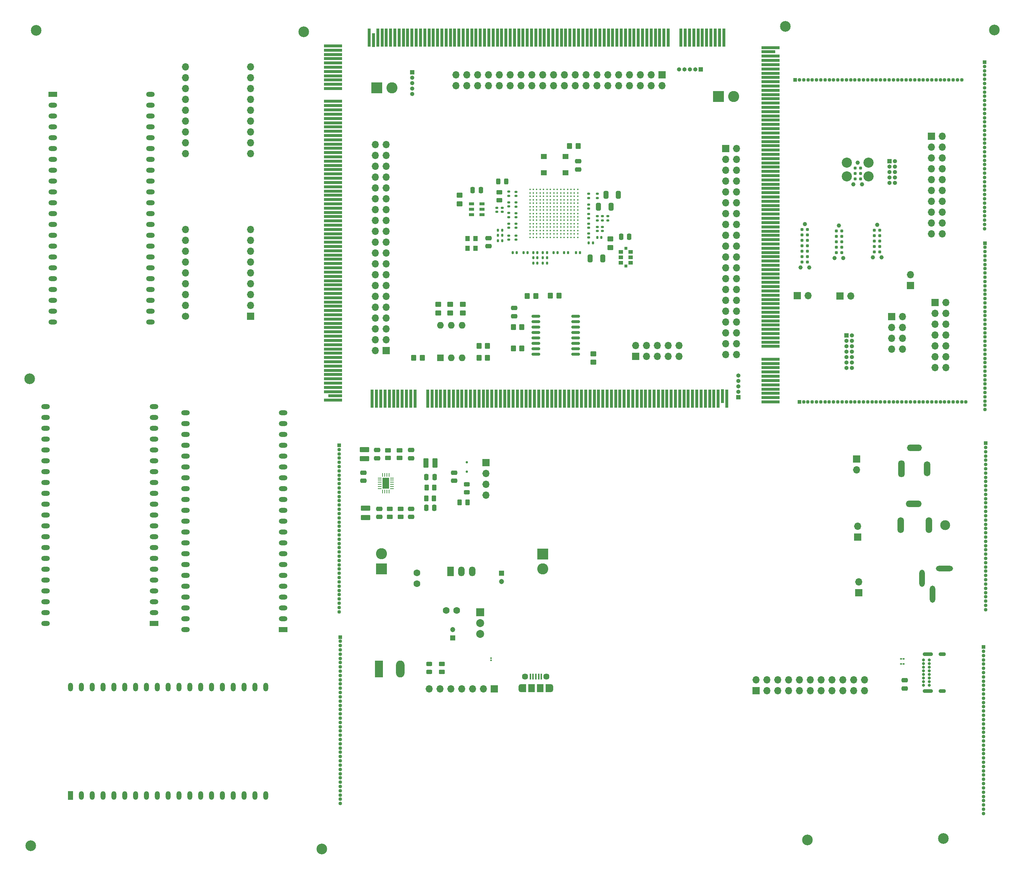
<source format=gbr>
%TF.GenerationSoftware,KiCad,Pcbnew,(7.0.0)*%
%TF.CreationDate,2023-03-18T13:26:35-04:00*%
%TF.ProjectId,FPGAs-Ard_RPi_BB,46504741-732d-4417-9264-5f5250695f42,rev?*%
%TF.SameCoordinates,Original*%
%TF.FileFunction,Soldermask,Top*%
%TF.FilePolarity,Negative*%
%FSLAX46Y46*%
G04 Gerber Fmt 4.6, Leading zero omitted, Abs format (unit mm)*
G04 Created by KiCad (PCBNEW (7.0.0)) date 2023-03-18 13:26:35*
%MOMM*%
%LPD*%
G01*
G04 APERTURE LIST*
G04 Aperture macros list*
%AMRoundRect*
0 Rectangle with rounded corners*
0 $1 Rounding radius*
0 $2 $3 $4 $5 $6 $7 $8 $9 X,Y pos of 4 corners*
0 Add a 4 corners polygon primitive as box body*
4,1,4,$2,$3,$4,$5,$6,$7,$8,$9,$2,$3,0*
0 Add four circle primitives for the rounded corners*
1,1,$1+$1,$2,$3*
1,1,$1+$1,$4,$5*
1,1,$1+$1,$6,$7*
1,1,$1+$1,$8,$9*
0 Add four rect primitives between the rounded corners*
20,1,$1+$1,$2,$3,$4,$5,0*
20,1,$1+$1,$4,$5,$6,$7,0*
20,1,$1+$1,$6,$7,$8,$9,0*
20,1,$1+$1,$8,$9,$2,$3,0*%
G04 Aperture macros list end*
%ADD10R,1.000000X1.000000*%
%ADD11O,1.000000X1.000000*%
%ADD12RoundRect,0.140000X0.170000X-0.140000X0.170000X0.140000X-0.170000X0.140000X-0.170000X-0.140000X0*%
%ADD13C,2.500000*%
%ADD14C,1.600000*%
%ADD15RoundRect,0.250000X-0.350000X-0.450000X0.350000X-0.450000X0.350000X0.450000X-0.350000X0.450000X0*%
%ADD16R,1.200000X2.000000*%
%ADD17O,1.200000X2.000000*%
%ADD18RoundRect,0.250000X0.450000X-0.350000X0.450000X0.350000X-0.450000X0.350000X-0.450000X-0.350000X0*%
%ADD19R,0.850000X0.850000*%
%ADD20O,0.850000X0.850000*%
%ADD21RoundRect,0.140000X-0.170000X0.140000X-0.170000X-0.140000X0.170000X-0.140000X0.170000X0.140000X0*%
%ADD22R,0.700000X4.300000*%
%ADD23R,0.700000X3.200000*%
%ADD24RoundRect,0.140000X0.140000X0.170000X-0.140000X0.170000X-0.140000X-0.170000X0.140000X-0.170000X0*%
%ADD25RoundRect,0.250000X0.350000X0.450000X-0.350000X0.450000X-0.350000X-0.450000X0.350000X-0.450000X0*%
%ADD26RoundRect,0.250000X0.850000X-0.375000X0.850000X0.375000X-0.850000X0.375000X-0.850000X-0.375000X0*%
%ADD27R,1.700000X1.700000*%
%ADD28O,1.700000X1.700000*%
%ADD29RoundRect,0.250000X-0.325000X-0.650000X0.325000X-0.650000X0.325000X0.650000X-0.325000X0.650000X0*%
%ADD30RoundRect,0.243750X0.456250X-0.243750X0.456250X0.243750X-0.456250X0.243750X-0.456250X-0.243750X0*%
%ADD31RoundRect,0.250000X-0.450000X0.262500X-0.450000X-0.262500X0.450000X-0.262500X0.450000X0.262500X0*%
%ADD32O,3.708400X1.498600*%
%ADD33O,1.498600X3.708400*%
%ADD34C,0.990600*%
%ADD35C,2.311400*%
%ADD36RoundRect,0.250000X-0.450000X0.350000X-0.450000X-0.350000X0.450000X-0.350000X0.450000X0.350000X0*%
%ADD37C,0.700000*%
%ADD38O,2.400000X0.900000*%
%ADD39O,1.700000X0.900000*%
%ADD40RoundRect,0.100000X-0.130000X-0.100000X0.130000X-0.100000X0.130000X0.100000X-0.130000X0.100000X0*%
%ADD41C,2.374900*%
%ADD42C,0.787400*%
%ADD43R,1.200000X1.200000*%
%ADD44C,1.200000*%
%ADD45R,2.000000X1.200000*%
%ADD46O,2.000000X1.200000*%
%ADD47R,1.860000X1.860000*%
%ADD48C,1.860000*%
%ADD49RoundRect,0.250000X-0.475000X0.250000X-0.475000X-0.250000X0.475000X-0.250000X0.475000X0.250000X0*%
%ADD50RoundRect,0.250000X-0.262500X-0.450000X0.262500X-0.450000X0.262500X0.450000X-0.262500X0.450000X0*%
%ADD51R,0.400000X0.380000*%
%ADD52RoundRect,0.250000X0.475000X-0.250000X0.475000X0.250000X-0.475000X0.250000X-0.475000X-0.250000X0*%
%ADD53R,1.295400X0.685800*%
%ADD54RoundRect,0.250000X0.250000X0.475000X-0.250000X0.475000X-0.250000X-0.475000X0.250000X-0.475000X0*%
%ADD55C,1.700000*%
%ADD56RoundRect,0.250000X0.262500X0.450000X-0.262500X0.450000X-0.262500X-0.450000X0.262500X-0.450000X0*%
%ADD57RoundRect,0.100000X0.130000X0.100000X-0.130000X0.100000X-0.130000X-0.100000X0.130000X-0.100000X0*%
%ADD58RoundRect,0.250000X0.450000X-0.262500X0.450000X0.262500X-0.450000X0.262500X-0.450000X-0.262500X0*%
%ADD59RoundRect,0.243750X-0.456250X0.243750X-0.456250X-0.243750X0.456250X-0.243750X0.456250X0.243750X0*%
%ADD60O,4.013200X1.295400*%
%ADD61O,1.295400X4.013200*%
%ADD62R,2.600000X2.600000*%
%ADD63C,2.600000*%
%ADD64R,4.300000X0.700000*%
%ADD65R,3.200000X0.700000*%
%ADD66RoundRect,0.140000X-0.140000X-0.170000X0.140000X-0.170000X0.140000X0.170000X-0.140000X0.170000X0*%
%ADD67RoundRect,0.125000X-0.125000X0.125000X-0.125000X-0.125000X0.125000X-0.125000X0.125000X0.125000X0*%
%ADD68R,1.050000X0.840000*%
%ADD69R,0.800000X0.800000*%
%ADD70C,0.355600*%
%ADD71C,0.999998*%
%ADD72O,1.507998X4.008120*%
%ADD73O,1.507998X3.507994*%
%ADD74O,3.507994X1.507998*%
%ADD75R,1.100000X1.300000*%
%ADD76R,1.600000X1.600000*%
%ADD77O,1.600000X1.600000*%
%ADD78R,0.400000X1.350000*%
%ADD79O,1.200000X1.900000*%
%ADD80R,1.200000X1.900000*%
%ADD81C,1.450000*%
%ADD82R,1.500000X1.900000*%
%ADD83R,1.500000X2.300000*%
%ADD84O,1.500000X2.300000*%
%ADD85RoundRect,0.243750X-0.243750X-0.456250X0.243750X-0.456250X0.243750X0.456250X-0.243750X0.456250X0*%
%ADD86RoundRect,0.250000X-0.250000X-0.475000X0.250000X-0.475000X0.250000X0.475000X-0.250000X0.475000X0*%
%ADD87R,1.397000X1.193800*%
%ADD88RoundRect,0.062500X-0.362500X-0.062500X0.362500X-0.062500X0.362500X0.062500X-0.362500X0.062500X0*%
%ADD89RoundRect,0.062500X-0.062500X-0.362500X0.062500X-0.362500X0.062500X0.362500X-0.062500X0.362500X0*%
%ADD90R,1.650000X2.650000*%
%ADD91RoundRect,0.150000X-0.875000X-0.150000X0.875000X-0.150000X0.875000X0.150000X-0.875000X0.150000X0*%
%ADD92R,1.980000X3.960000*%
%ADD93O,1.980000X3.960000*%
%ADD94RoundRect,0.250000X-0.375000X-0.850000X0.375000X-0.850000X0.375000X0.850000X-0.375000X0.850000X0*%
G04 APERTURE END LIST*
D10*
%TO.C,PCIe_J3_JTAG1*%
X334849999Y-27499999D03*
D11*
X333579999Y-27499999D03*
X332309999Y-27499999D03*
X331039999Y-27499999D03*
X329769999Y-27499999D03*
%TD*%
D10*
%TO.C,PCIe_J2_JTAG1*%
X267299999Y-28189999D03*
D11*
X267299999Y-29459999D03*
X267299999Y-30729999D03*
X267299999Y-31999999D03*
X267299999Y-33269999D03*
%TD*%
D10*
%TO.C,PCIe_J1_JTAG1*%
X343599999Y-104309999D03*
D11*
X343599999Y-103039999D03*
X343599999Y-101769999D03*
X343599999Y-100499999D03*
X343599999Y-99229999D03*
%TD*%
D12*
%TO.C,U1_C20*%
X291575001Y-59650001D03*
X291575001Y-58690001D03*
%TD*%
%TO.C,U1_C21*%
X291575001Y-62130001D03*
X291575001Y-61170001D03*
%TD*%
D13*
%TO.C,H7*%
X403600000Y-18300000D03*
%TD*%
D14*
%TO.C,PR_C9*%
X268400000Y-145450000D03*
X268400000Y-147950000D03*
%TD*%
D13*
%TO.C,H2*%
X246100000Y-210100000D03*
%TD*%
D15*
%TO.C,R2*%
X294174999Y-80599999D03*
X296174999Y-80599999D03*
%TD*%
D16*
%TO.C,U2*%
X187279999Y-197599999D03*
D17*
X189819999Y-197599999D03*
X192359999Y-197599999D03*
X194899999Y-197599999D03*
X197439999Y-197599999D03*
X199979999Y-197599999D03*
X202519999Y-197599999D03*
X205059999Y-197599999D03*
X207599999Y-197599999D03*
X210139999Y-197599999D03*
X212679999Y-197599999D03*
X215219999Y-197599999D03*
X217759999Y-197599999D03*
X220299999Y-197599999D03*
X222839999Y-197599999D03*
X225379999Y-197599999D03*
X227919999Y-197599999D03*
X230459999Y-197599999D03*
X232999999Y-197599999D03*
X232997279Y-172203679D03*
X230457279Y-172203679D03*
X227919999Y-172199999D03*
X225379999Y-172199999D03*
X222839999Y-172199999D03*
X220299999Y-172199999D03*
X217759999Y-172199999D03*
X215219999Y-172199999D03*
X212679999Y-172199999D03*
X210139999Y-172199999D03*
X207599999Y-172199999D03*
X205059999Y-172199999D03*
X202519999Y-172199999D03*
X199979999Y-172199999D03*
X197439999Y-172199999D03*
X194899999Y-172199999D03*
X192359999Y-172199999D03*
X189819999Y-172199999D03*
X187279999Y-172199999D03*
%TD*%
D18*
%TO.C,R1*%
X309674999Y-96099999D03*
X309674999Y-94099999D03*
%TD*%
D19*
%TO.C,BO_9*%
X356927999Y-29971999D03*
D20*
X357927999Y-29971999D03*
X358927999Y-29971999D03*
X359927999Y-29971999D03*
X360927999Y-29971999D03*
X361927999Y-29971999D03*
X362927999Y-29971999D03*
X363927999Y-29971999D03*
X364927999Y-29971999D03*
X365927999Y-29971999D03*
X366927999Y-29971999D03*
X367927999Y-29971999D03*
X368927999Y-29971999D03*
X369927999Y-29971999D03*
X370927999Y-29971999D03*
X371927999Y-29971999D03*
X372927999Y-29971999D03*
X373927999Y-29971999D03*
X374927999Y-29971999D03*
X375927999Y-29971999D03*
X376927999Y-29971999D03*
X377927999Y-29971999D03*
X378927999Y-29971999D03*
X379927999Y-29971999D03*
X380927999Y-29971999D03*
X381927999Y-29971999D03*
X382927999Y-29971999D03*
X383927999Y-29971999D03*
X384927999Y-29971999D03*
X385927999Y-29971999D03*
X386927999Y-29971999D03*
X387927999Y-29971999D03*
X388927999Y-29971999D03*
X389927999Y-29971999D03*
X390927999Y-29971999D03*
X391927999Y-29971999D03*
X392927999Y-29971999D03*
X393927999Y-29971999D03*
X394927999Y-29971999D03*
X395927999Y-29971999D03*
%TD*%
D21*
%TO.C,U1_C7*%
X308575001Y-56650001D03*
X308575001Y-57610001D03*
%TD*%
D22*
%TO.C,PCIe_J4*%
X257899999Y-104599999D03*
X258899999Y-104599999D03*
X259899999Y-104599999D03*
X260899999Y-104599999D03*
X261899999Y-104599999D03*
X262899999Y-104599999D03*
X263899999Y-104599999D03*
X264899999Y-104599999D03*
X265899999Y-104599999D03*
X266899999Y-104599999D03*
X267899999Y-104599999D03*
X270899999Y-104599999D03*
X271899999Y-104599999D03*
X272899999Y-104599999D03*
X273899999Y-104599999D03*
X274899999Y-104599999D03*
X275899999Y-104599999D03*
X276899999Y-104599999D03*
X277899999Y-104599999D03*
X278899999Y-104599999D03*
X279899999Y-104599999D03*
X280899999Y-104599999D03*
X281899999Y-104599999D03*
X282899999Y-104599999D03*
X283899999Y-104599999D03*
X284899999Y-104599999D03*
X285899999Y-104599999D03*
X286899999Y-104599999D03*
X287899999Y-104599999D03*
X288899999Y-104599999D03*
X289899999Y-104599999D03*
X290899999Y-104599999D03*
X291899999Y-104599999D03*
X292899999Y-104599999D03*
X293899999Y-104599999D03*
X294899999Y-104599999D03*
X295899999Y-104599999D03*
X296899999Y-104599999D03*
X297899999Y-104599999D03*
X298899999Y-104599999D03*
X299899999Y-104599999D03*
X300899999Y-104599999D03*
X301899999Y-104599999D03*
X302899999Y-104599999D03*
X303899999Y-104599999D03*
X304899999Y-104599999D03*
X305899999Y-104599999D03*
X306899999Y-104599999D03*
X307899999Y-104599999D03*
X308899999Y-104599999D03*
X309899999Y-104599999D03*
X310899999Y-104599999D03*
X311899999Y-104599999D03*
X312899999Y-104599999D03*
X313899999Y-104599999D03*
X314899999Y-104599999D03*
X315899999Y-104599999D03*
X316899999Y-104599999D03*
X317899999Y-104599999D03*
X318899999Y-104599999D03*
X319899999Y-104599999D03*
X320899999Y-104599999D03*
X321899999Y-104599999D03*
X322899999Y-104599999D03*
X323899999Y-104599999D03*
X324899999Y-104599999D03*
X325899999Y-104599999D03*
X326899999Y-104599999D03*
X327899999Y-104599999D03*
X328899999Y-104599999D03*
X329899999Y-104599999D03*
X330899999Y-104599999D03*
X331899999Y-104599999D03*
X332899999Y-104599999D03*
X333899999Y-104599999D03*
X334899999Y-104599999D03*
X335899999Y-104599999D03*
X336899999Y-104599999D03*
X337899999Y-104599999D03*
X338899999Y-104599999D03*
D23*
X339899999Y-104049999D03*
D22*
X340899999Y-104599999D03*
%TD*%
D19*
%TO.C,BO_6*%
X401573999Y-115063999D03*
D20*
X401573999Y-116063999D03*
X401573999Y-117063999D03*
X401573999Y-118063999D03*
X401573999Y-119063999D03*
X401573999Y-120063999D03*
X401573999Y-121063999D03*
X401573999Y-122063999D03*
X401573999Y-123063999D03*
X401573999Y-124063999D03*
X401573999Y-125063999D03*
X401573999Y-126063999D03*
X401573999Y-127063999D03*
X401573999Y-128063999D03*
X401573999Y-129063999D03*
X401573999Y-130063999D03*
X401573999Y-131063999D03*
X401573999Y-132063999D03*
X401573999Y-133063999D03*
X401573999Y-134063999D03*
X401573999Y-135063999D03*
X401573999Y-136063999D03*
X401573999Y-137063999D03*
X401573999Y-138063999D03*
X401573999Y-139063999D03*
X401573999Y-140063999D03*
X401573999Y-141063999D03*
X401573999Y-142063999D03*
X401573999Y-143063999D03*
X401573999Y-144063999D03*
X401573999Y-145063999D03*
X401573999Y-146063999D03*
X401573999Y-147063999D03*
X401573999Y-148063999D03*
X401573999Y-149063999D03*
X401573999Y-150063999D03*
X401573999Y-151063999D03*
X401573999Y-152063999D03*
X401573999Y-153063999D03*
X401573999Y-154063999D03*
%TD*%
D19*
%TO.C,BO_5*%
X401065999Y-162815999D03*
D20*
X401065999Y-163815999D03*
X401065999Y-164815999D03*
X401065999Y-165815999D03*
X401065999Y-166815999D03*
X401065999Y-167815999D03*
X401065999Y-168815999D03*
X401065999Y-169815999D03*
X401065999Y-170815999D03*
X401065999Y-171815999D03*
X401065999Y-172815999D03*
X401065999Y-173815999D03*
X401065999Y-174815999D03*
X401065999Y-175815999D03*
X401065999Y-176815999D03*
X401065999Y-177815999D03*
X401065999Y-178815999D03*
X401065999Y-179815999D03*
X401065999Y-180815999D03*
X401065999Y-181815999D03*
X401065999Y-182815999D03*
X401065999Y-183815999D03*
X401065999Y-184815999D03*
X401065999Y-185815999D03*
X401065999Y-186815999D03*
X401065999Y-187815999D03*
X401065999Y-188815999D03*
X401065999Y-189815999D03*
X401065999Y-190815999D03*
X401065999Y-191815999D03*
X401065999Y-192815999D03*
X401065999Y-193815999D03*
X401065999Y-194815999D03*
X401065999Y-195815999D03*
X401065999Y-196815999D03*
X401065999Y-197815999D03*
X401065999Y-198815999D03*
X401065999Y-199815999D03*
X401065999Y-200815999D03*
X401065999Y-201815999D03*
%TD*%
D24*
%TO.C,U1_C39*%
X297845001Y-70400001D03*
X298805001Y-70400001D03*
%TD*%
D25*
%TO.C,R11*%
X269640000Y-95050000D03*
X267640000Y-95050000D03*
%TD*%
D19*
%TO.C,BO_7*%
X401399999Y-68199999D03*
D20*
X401399999Y-69199999D03*
X401399999Y-70199999D03*
X401399999Y-71199999D03*
X401399999Y-72199999D03*
X401399999Y-73199999D03*
X401399999Y-74199999D03*
X401399999Y-75199999D03*
X401399999Y-76199999D03*
X401399999Y-77199999D03*
X401399999Y-78199999D03*
X401399999Y-79199999D03*
X401399999Y-80199999D03*
X401399999Y-81199999D03*
X401399999Y-82199999D03*
X401399999Y-83199999D03*
X401399999Y-84199999D03*
X401399999Y-85199999D03*
X401399999Y-86199999D03*
X401399999Y-87199999D03*
X401399999Y-88199999D03*
X401399999Y-89199999D03*
X401399999Y-90199999D03*
X401399999Y-91199999D03*
X401399999Y-92199999D03*
X401399999Y-93199999D03*
X401399999Y-94199999D03*
X401399999Y-95199999D03*
X401399999Y-96199999D03*
X401399999Y-97199999D03*
X401399999Y-98199999D03*
X401399999Y-99199999D03*
X401399999Y-100199999D03*
X401399999Y-101199999D03*
X401399999Y-102199999D03*
X401399999Y-103199999D03*
X401399999Y-104199999D03*
X401399999Y-105199999D03*
X401399999Y-106199999D03*
X401399999Y-107199999D03*
%TD*%
D26*
%TO.C,PR_L2*%
X256297500Y-132463500D03*
X256297500Y-130313500D03*
%TD*%
D27*
%TO.C,QSPI_JTAG1*%
X319549999Y-94749999D03*
D28*
X319549999Y-92209999D03*
X322089999Y-94749999D03*
X322089999Y-92209999D03*
X324629999Y-94749999D03*
X324629999Y-92209999D03*
X327169999Y-94749999D03*
X327169999Y-92209999D03*
X329709999Y-94749999D03*
X329709999Y-92209999D03*
%TD*%
D27*
%TO.C,FPGA_PWR_J1*%
X284547499Y-119605999D03*
D28*
X284547499Y-122145999D03*
X284547499Y-124685999D03*
X284547499Y-127225999D03*
%TD*%
D29*
%TO.C,U1_C9*%
X308900000Y-71750000D03*
X311850000Y-71750000D03*
%TD*%
D30*
%TO.C,D3*%
X280047500Y-126593500D03*
X280047500Y-124718500D03*
%TD*%
D31*
%TO.C,PR_R11*%
X262047500Y-130476000D03*
X262047500Y-132301000D03*
%TD*%
D32*
%TO.C,DC_PWR_J1*%
X384733889Y-129304909D03*
D33*
X388283887Y-134304899D03*
X381683890Y-134304899D03*
D34*
X385838790Y-129304910D03*
X383628990Y-129304910D03*
X388283888Y-133200000D03*
X381683891Y-133200000D03*
D35*
X392083875Y-134304900D03*
D34*
X388283888Y-135409800D03*
X381683891Y-135409800D03*
%TD*%
D25*
%TO.C,R5*%
X301625000Y-80500000D03*
X299625000Y-80500000D03*
%TD*%
D36*
%TO.C,R6*%
X273390000Y-82550000D03*
X273390000Y-84550000D03*
%TD*%
D37*
%TO.C,USB3_TypeC1*%
X387015000Y-171800000D03*
X387015000Y-170950000D03*
X387015000Y-170100000D03*
X387015000Y-169250000D03*
X387015000Y-168400000D03*
X387015000Y-167550000D03*
X387015000Y-166700000D03*
X387015000Y-165850000D03*
X388365000Y-165850000D03*
X388365000Y-166700000D03*
X388365000Y-167550000D03*
X388365000Y-168400000D03*
X388365000Y-169250000D03*
X388365000Y-170100000D03*
X388365000Y-170950000D03*
X388365000Y-171800000D03*
D38*
X387994999Y-173149999D03*
D39*
X391374999Y-173149999D03*
D38*
X387994999Y-164499999D03*
D39*
X391374999Y-164499999D03*
%TD*%
D40*
%TO.C,PR_R1*%
X381720000Y-166825000D03*
X382360000Y-166825000D03*
%TD*%
D27*
%TO.C,FPGA_J2*%
X340624999Y-46089999D03*
D28*
X343164999Y-46089999D03*
X340624999Y-48629999D03*
X343164999Y-48629999D03*
X340624999Y-51169999D03*
X343164999Y-51169999D03*
X340624999Y-53709999D03*
X343164999Y-53709999D03*
X340624999Y-56249999D03*
X343164999Y-56249999D03*
X340624999Y-58789999D03*
X343164999Y-58789999D03*
X340624999Y-61329999D03*
X343164999Y-61329999D03*
X340624999Y-63869999D03*
X343164999Y-63869999D03*
X340624999Y-66409999D03*
X343164999Y-66409999D03*
X340624999Y-68949999D03*
X343164999Y-68949999D03*
X340624999Y-71489999D03*
X343164999Y-71489999D03*
X340624999Y-74029999D03*
X343164999Y-74029999D03*
X340624999Y-76569999D03*
X343164999Y-76569999D03*
X340624999Y-79109999D03*
X343164999Y-79109999D03*
X340624999Y-81649999D03*
X343164999Y-81649999D03*
X340624999Y-84189999D03*
X343164999Y-84189999D03*
X340624999Y-86729999D03*
X343164999Y-86729999D03*
X340624999Y-89269999D03*
X343164999Y-89269999D03*
X340624999Y-91809999D03*
X343164999Y-91809999D03*
X340624999Y-94349999D03*
X343164999Y-94349999D03*
%TD*%
D41*
%TO.C,TC2030*%
X369048000Y-49363000D03*
X369048000Y-52538000D03*
D34*
X370588000Y-54410000D03*
X371604000Y-49330000D03*
X372620000Y-54410000D03*
D41*
X374128000Y-49363000D03*
X374128000Y-52538000D03*
D42*
X370969000Y-50600000D03*
X372239000Y-50600000D03*
X370969000Y-51870000D03*
X372239000Y-51870000D03*
X370969000Y-53140000D03*
X372239000Y-53140000D03*
%TD*%
D24*
%TO.C,U1_C2*%
X294285001Y-70400001D03*
X293325001Y-70400001D03*
%TD*%
D36*
%TO.C,R14*%
X278375000Y-57000000D03*
X278375000Y-59000000D03*
%TD*%
D12*
%TO.C,U1_C13*%
X289825001Y-62110001D03*
X289825001Y-61150001D03*
%TD*%
%TO.C,U1_C11*%
X289825001Y-57110001D03*
X289825001Y-56150001D03*
%TD*%
D14*
%TO.C,PR_C5*%
X277710000Y-154231100D03*
X275210000Y-154231100D03*
%TD*%
D43*
%TO.C,PR_C6*%
X276709999Y-160731099D03*
D44*
X276710000Y-158731100D03*
%TD*%
D45*
%TO.C,U5*%
X206799999Y-157343439D03*
D46*
X206799999Y-154803439D03*
X206799999Y-152263439D03*
X206799999Y-149723439D03*
X206799999Y-147183439D03*
X206799999Y-144643439D03*
X206799999Y-142103439D03*
X206799999Y-139563439D03*
X206799999Y-137023439D03*
X206799999Y-134483439D03*
X206799999Y-131943439D03*
X206799999Y-129403439D03*
X206799999Y-126863439D03*
X206799999Y-124323439D03*
X206799999Y-121783439D03*
X206799999Y-119243439D03*
X206799999Y-116703439D03*
X206799999Y-114163439D03*
X206799999Y-111623439D03*
X206799999Y-109083439D03*
X206799999Y-106543439D03*
X181399999Y-106543439D03*
X181399999Y-109083439D03*
X181399999Y-111623439D03*
X181399999Y-114163439D03*
X181399999Y-116703439D03*
X181399999Y-119243439D03*
X181399999Y-121783439D03*
X181399999Y-124323439D03*
X181399999Y-126863439D03*
X181399999Y-129403439D03*
X181399999Y-131943439D03*
X181399999Y-134483439D03*
X181399999Y-137023439D03*
X181399999Y-139563439D03*
X181399999Y-142103439D03*
X181399999Y-144643439D03*
X181399999Y-147183439D03*
X181399999Y-149723439D03*
X181399999Y-152263439D03*
X181399999Y-154803439D03*
X181399999Y-157343439D03*
%TD*%
D47*
%TO.C,PR_U3_3V1*%
X283209999Y-154685999D03*
D48*
X283210000Y-157226000D03*
X283210000Y-159766000D03*
%TD*%
D24*
%TO.C,U1_C41*%
X298805001Y-71650001D03*
X297845001Y-71650001D03*
%TD*%
D13*
%TO.C,H1*%
X241900000Y-18700000D03*
%TD*%
D24*
%TO.C,U1_C16*%
X291765001Y-70400001D03*
X290805001Y-70400001D03*
%TD*%
D49*
%TO.C,PR_C1*%
X382540000Y-170625000D03*
X382540000Y-172525000D03*
%TD*%
D21*
%TO.C,U1_C6*%
X308575001Y-59150001D03*
X308575001Y-60110001D03*
%TD*%
D50*
%TO.C,PR_R15*%
X278385000Y-128906000D03*
X280210000Y-128906000D03*
%TD*%
D27*
%TO.C,USB3_TypeC_J1*%
X347754999Y-173039999D03*
D28*
X347754999Y-170499999D03*
X350294999Y-173039999D03*
X350294999Y-170499999D03*
X352834999Y-173039999D03*
X352834999Y-170499999D03*
X355374999Y-173039999D03*
X355374999Y-170499999D03*
X357914999Y-173039999D03*
X357914999Y-170499999D03*
X360454999Y-173039999D03*
X360454999Y-170499999D03*
X362994999Y-173039999D03*
X362994999Y-170499999D03*
X365534999Y-173039999D03*
X365534999Y-170499999D03*
X368074999Y-173039999D03*
X368074999Y-170499999D03*
X370614999Y-173039999D03*
X370614999Y-170499999D03*
X373154999Y-173039999D03*
X373154999Y-170499999D03*
%TD*%
D13*
%TO.C,H4*%
X179200000Y-18400000D03*
%TD*%
D27*
%TO.C,J_USB_uB2*%
X286494999Y-172600999D03*
D28*
X283954999Y-172600999D03*
X281414999Y-172600999D03*
X278874999Y-172600999D03*
X276334999Y-172600999D03*
X273794999Y-172600999D03*
X271254999Y-172600999D03*
%TD*%
D51*
%TO.C,PR_FB1*%
X285709999Y-165975999D03*
X285709999Y-165413999D03*
%TD*%
D52*
%TO.C,C3*%
X306125000Y-50950000D03*
X306125000Y-49050000D03*
%TD*%
D21*
%TO.C,U1_C31*%
X311825001Y-64400001D03*
X311825001Y-65360001D03*
%TD*%
D53*
%TO.C,Y3*%
X281124999Y-58999999D03*
X281124999Y-60269999D03*
X281124999Y-61539999D03*
X283639599Y-61539999D03*
X283639599Y-60269999D03*
X283639599Y-58999999D03*
%TD*%
D34*
%TO.C,TC2050_1*%
X366157000Y-71730000D03*
X367173000Y-64117000D03*
X368189000Y-71730000D03*
D42*
X366538000Y-65387000D03*
X366538000Y-66657000D03*
X366538000Y-67927000D03*
X366538000Y-69190000D03*
X366538000Y-70460000D03*
X367808000Y-70460000D03*
X367808000Y-69190000D03*
X367808000Y-67927000D03*
X367808000Y-66657000D03*
X367808000Y-65387000D03*
%TD*%
D34*
%TO.C,TC2070*%
X358157000Y-73930000D03*
X359173000Y-63777000D03*
X360189000Y-73930000D03*
D42*
X358538000Y-65047000D03*
X358538000Y-66317000D03*
X358538000Y-67587000D03*
X358538000Y-68850000D03*
X358538000Y-70120000D03*
X358538000Y-71390000D03*
X358538000Y-72660000D03*
X359808000Y-72660000D03*
X359808000Y-71390000D03*
X359808000Y-70120000D03*
X359808000Y-68850000D03*
X359808000Y-67587000D03*
X359808000Y-66317000D03*
X359808000Y-65047000D03*
%TD*%
D12*
%TO.C,U1_C18*%
X308575001Y-62360001D03*
X308575001Y-61400001D03*
%TD*%
D54*
%TO.C,PR_C16*%
X272497500Y-122976000D03*
X270597500Y-122976000D03*
%TD*%
D27*
%TO.C,Digilent_Cmod_S7*%
X229439999Y-85339999D03*
D28*
X229439999Y-82799999D03*
X229439999Y-80259999D03*
X229439999Y-77719999D03*
X229439999Y-75179999D03*
X229439999Y-72639999D03*
X229439999Y-70099999D03*
X229439999Y-67559999D03*
X229439999Y-65019999D03*
X229439999Y-47239999D03*
X229439999Y-44699999D03*
X229439999Y-42159999D03*
X229439999Y-39619999D03*
X229439999Y-37079999D03*
X229439999Y-34539999D03*
X229439999Y-31999999D03*
X229439999Y-29459999D03*
X229439999Y-26919999D03*
X214199999Y-26919999D03*
X214199999Y-29459999D03*
X214199999Y-31999999D03*
X214199999Y-34539999D03*
X214199999Y-37079999D03*
X214199999Y-39619999D03*
X214199999Y-42159999D03*
X214199999Y-44699999D03*
X214199999Y-47239999D03*
X214199999Y-65019999D03*
X214199999Y-67559999D03*
X214199999Y-70099999D03*
X214199999Y-72639999D03*
X214199999Y-75179999D03*
X214199999Y-77719999D03*
X214199999Y-80259999D03*
X214199999Y-82799999D03*
D55*
X214200000Y-85340000D03*
%TD*%
D12*
%TO.C,U1_C14*%
X289825001Y-64610001D03*
X289825001Y-63650001D03*
%TD*%
D24*
%TO.C,U1_C3*%
X301285001Y-70400001D03*
X300325001Y-70400001D03*
%TD*%
D52*
%TO.C,C1*%
X291174999Y-85299999D03*
X291174999Y-83399999D03*
%TD*%
D19*
%TO.C,BO_16*%
X357919999Y-105409999D03*
D20*
X358919999Y-105409999D03*
X359919999Y-105409999D03*
X360919999Y-105409999D03*
X361919999Y-105409999D03*
X362919999Y-105409999D03*
X363919999Y-105409999D03*
X364919999Y-105409999D03*
X365919999Y-105409999D03*
X366919999Y-105409999D03*
X367919999Y-105409999D03*
X368919999Y-105409999D03*
X369919999Y-105409999D03*
X370919999Y-105409999D03*
X371919999Y-105409999D03*
X372919999Y-105409999D03*
X373919999Y-105409999D03*
X374919999Y-105409999D03*
X375919999Y-105409999D03*
X376919999Y-105409999D03*
X377919999Y-105409999D03*
X378919999Y-105409999D03*
X379919999Y-105409999D03*
X380919999Y-105409999D03*
X381919999Y-105409999D03*
X382919999Y-105409999D03*
X383919999Y-105409999D03*
X384919999Y-105409999D03*
X385919999Y-105409999D03*
X386919999Y-105409999D03*
X387919999Y-105409999D03*
X388919999Y-105409999D03*
X389919999Y-105409999D03*
X390919999Y-105409999D03*
X391919999Y-105409999D03*
X392919999Y-105409999D03*
X393919999Y-105409999D03*
X394919999Y-105409999D03*
X395919999Y-105409999D03*
X396919999Y-105409999D03*
%TD*%
D24*
%TO.C,U1_C38*%
X296580000Y-72900000D03*
X295620000Y-72900000D03*
%TD*%
D45*
%TO.C,U4*%
X236999999Y-158739999D03*
D46*
X236999999Y-156199999D03*
X236999999Y-153659999D03*
X236999999Y-151119999D03*
X236999999Y-148579999D03*
X236999999Y-146039999D03*
X236999999Y-143499999D03*
X236999999Y-140959999D03*
X236999999Y-138419999D03*
X236999999Y-135879999D03*
X236999999Y-133339999D03*
X236999999Y-130799999D03*
X236999999Y-128259999D03*
X236999999Y-125719999D03*
X236999999Y-123179999D03*
X236999999Y-120639999D03*
X236999999Y-118099999D03*
X236999999Y-115559999D03*
X236999999Y-113019999D03*
X237003679Y-110482719D03*
X237003679Y-107942719D03*
X214143679Y-107942719D03*
X214139999Y-110482719D03*
X214139999Y-113022719D03*
X214139999Y-115562719D03*
X214139999Y-118102719D03*
X214139999Y-120642719D03*
X214139999Y-123182719D03*
X214139999Y-125722719D03*
X214139999Y-128262719D03*
X214139999Y-130802719D03*
X214139999Y-133342719D03*
X214139999Y-135882719D03*
X214139999Y-138422719D03*
X214139999Y-140962719D03*
X214139999Y-143502719D03*
X214139999Y-146042719D03*
X214139999Y-148582719D03*
X214139999Y-151122719D03*
X214139999Y-153662719D03*
X214139999Y-156202719D03*
X214139999Y-158742719D03*
%TD*%
D29*
%TO.C,U1_C34*%
X310850001Y-59650001D03*
X313800001Y-59650001D03*
%TD*%
D56*
%TO.C,PR_R13*%
X272460000Y-125476000D03*
X270635000Y-125476000D03*
%TD*%
D12*
%TO.C,U1_C33*%
X287075001Y-60860001D03*
X287075001Y-59900001D03*
%TD*%
D57*
%TO.C,PR_D1*%
X382360000Y-165575000D03*
X381720000Y-165575000D03*
%TD*%
D19*
%TO.C,BO_4*%
X250443999Y-160481999D03*
D20*
X250443999Y-161481999D03*
X250443999Y-162481999D03*
X250443999Y-163481999D03*
X250443999Y-164481999D03*
X250443999Y-165481999D03*
X250443999Y-166481999D03*
X250443999Y-167481999D03*
X250443999Y-168481999D03*
X250443999Y-169481999D03*
X250443999Y-170481999D03*
X250443999Y-171481999D03*
X250443999Y-172481999D03*
X250443999Y-173481999D03*
X250443999Y-174481999D03*
X250443999Y-175481999D03*
X250443999Y-176481999D03*
X250443999Y-177481999D03*
X250443999Y-178481999D03*
X250443999Y-179481999D03*
X250443999Y-180481999D03*
X250443999Y-181481999D03*
X250443999Y-182481999D03*
X250443999Y-183481999D03*
X250443999Y-184481999D03*
X250443999Y-185481999D03*
X250443999Y-186481999D03*
X250443999Y-187481999D03*
X250443999Y-188481999D03*
X250443999Y-189481999D03*
X250443999Y-190481999D03*
X250443999Y-191481999D03*
X250443999Y-192481999D03*
X250443999Y-193481999D03*
X250443999Y-194481999D03*
X250443999Y-195481999D03*
X250443999Y-196481999D03*
X250443999Y-197481999D03*
X250443999Y-198481999D03*
X250443999Y-199481999D03*
%TD*%
D52*
%TO.C,PR_C11*%
X255797500Y-123886000D03*
X255797500Y-121986000D03*
%TD*%
D26*
%TO.C,PR_L1*%
X256047500Y-118713500D03*
X256047500Y-116563500D03*
%TD*%
D15*
%TO.C,R9*%
X282890000Y-95050000D03*
X284890000Y-95050000D03*
%TD*%
D12*
%TO.C,U1_C32*%
X288325001Y-60880001D03*
X288325001Y-59920001D03*
%TD*%
D58*
%TO.C,PR_R14*%
X274210000Y-168638500D03*
X274210000Y-166813500D03*
%TD*%
D31*
%TO.C,PR_R9*%
X261547500Y-116726000D03*
X261547500Y-118551000D03*
%TD*%
D21*
%TO.C,U1_C8*%
X310575001Y-56670001D03*
X310575001Y-57630001D03*
%TD*%
D15*
%TO.C,R4*%
X290924999Y-92849999D03*
X292924999Y-92849999D03*
%TD*%
D58*
%TO.C,PR_R10*%
X264547500Y-132301000D03*
X264547500Y-130476000D03*
%TD*%
D21*
%TO.C,U1_C30*%
X310575001Y-65380001D03*
X310575001Y-64420001D03*
%TD*%
D13*
%TO.C,H3*%
X177700000Y-100000000D03*
%TD*%
%TO.C,H5*%
X391600000Y-207700000D03*
%TD*%
D21*
%TO.C,U1_C28*%
X311825001Y-61920001D03*
X311825001Y-62880001D03*
%TD*%
D24*
%TO.C,U1_C4*%
X303785001Y-70400001D03*
X302825001Y-70400001D03*
%TD*%
D59*
%TO.C,D2*%
X271210000Y-166788500D03*
X271210000Y-168663500D03*
%TD*%
D42*
%TO.C,DC_PWR_J2*%
X393283888Y-144450000D03*
X390566088Y-144450000D03*
X386625000Y-145391100D03*
X386625000Y-148108900D03*
X389125000Y-149091100D03*
X389125000Y-151808900D03*
D60*
X391924987Y-144449999D03*
D61*
X386624999Y-146749999D03*
X389124999Y-150449999D03*
%TD*%
D19*
%TO.C,BO_8*%
X401319999Y-25813999D03*
D20*
X401319999Y-26813999D03*
X401319999Y-27813999D03*
X401319999Y-28813999D03*
X401319999Y-29813999D03*
X401319999Y-30813999D03*
X401319999Y-31813999D03*
X401319999Y-32813999D03*
X401319999Y-33813999D03*
X401319999Y-34813999D03*
X401319999Y-35813999D03*
X401319999Y-36813999D03*
X401319999Y-37813999D03*
X401319999Y-38813999D03*
X401319999Y-39813999D03*
X401319999Y-40813999D03*
X401319999Y-41813999D03*
X401319999Y-42813999D03*
X401319999Y-43813999D03*
X401319999Y-44813999D03*
X401319999Y-45813999D03*
X401319999Y-46813999D03*
X401319999Y-47813999D03*
X401319999Y-48813999D03*
X401319999Y-49813999D03*
X401319999Y-50813999D03*
X401319999Y-51813999D03*
X401319999Y-52813999D03*
X401319999Y-53813999D03*
X401319999Y-54813999D03*
X401319999Y-55813999D03*
X401319999Y-56813999D03*
X401319999Y-57813999D03*
X401319999Y-58813999D03*
X401319999Y-59813999D03*
X401319999Y-60813999D03*
X401319999Y-61813999D03*
X401319999Y-62813999D03*
X401319999Y-63813999D03*
X401319999Y-64813999D03*
%TD*%
D62*
%TO.C,12V_J1*%
X258999999Y-31799999D03*
D63*
X262500000Y-31800000D03*
%TD*%
D62*
%TO.C,PWR_DC_IN1*%
X260099999Y-144499999D03*
D63*
X260100000Y-141000000D03*
%TD*%
D24*
%TO.C,U1_C42*%
X298805001Y-72900001D03*
X297845001Y-72900001D03*
%TD*%
D12*
%TO.C,U1_C12*%
X289825001Y-59610001D03*
X289825001Y-58650001D03*
%TD*%
D64*
%TO.C,PCIe_J2*%
X248699999Y-21999999D03*
X248699999Y-22999999D03*
X248699999Y-23999999D03*
X248699999Y-24999999D03*
X248699999Y-25999999D03*
X248699999Y-26999999D03*
X248699999Y-27999999D03*
X248699999Y-28999999D03*
X248699999Y-29999999D03*
X248699999Y-30999999D03*
X248699999Y-31999999D03*
X248699999Y-34999999D03*
X248699999Y-35999999D03*
X248699999Y-36999999D03*
X248699999Y-37999999D03*
X248699999Y-38999999D03*
X248699999Y-39999999D03*
X248699999Y-40999999D03*
X248699999Y-41999999D03*
X248699999Y-42999999D03*
X248699999Y-43999999D03*
X248699999Y-44999999D03*
X248699999Y-45999999D03*
X248699999Y-46999999D03*
X248699999Y-47999999D03*
X248699999Y-48999999D03*
X248699999Y-49999999D03*
X248699999Y-50999999D03*
X248699999Y-51999999D03*
X248699999Y-52999999D03*
X248699999Y-53999999D03*
X248699999Y-54999999D03*
X248699999Y-55999999D03*
X248699999Y-56999999D03*
X248699999Y-57999999D03*
X248699999Y-58999999D03*
X248699999Y-59999999D03*
X248699999Y-60999999D03*
X248699999Y-61999999D03*
X248699999Y-62999999D03*
X248699999Y-63999999D03*
X248699999Y-64999999D03*
X248699999Y-65999999D03*
X248699999Y-66999999D03*
X248699999Y-67999999D03*
X248699999Y-68999999D03*
X248699999Y-69999999D03*
X248699999Y-70999999D03*
X248699999Y-71999999D03*
X248699999Y-72999999D03*
X248699999Y-73999999D03*
X248699999Y-74999999D03*
X248699999Y-75999999D03*
X248699999Y-76999999D03*
X248699999Y-77999999D03*
X248699999Y-78999999D03*
X248699999Y-79999999D03*
X248699999Y-80999999D03*
X248699999Y-81999999D03*
X248699999Y-82999999D03*
X248699999Y-83999999D03*
X248699999Y-84999999D03*
X248699999Y-85999999D03*
X248699999Y-86999999D03*
X248699999Y-87999999D03*
X248699999Y-88999999D03*
X248699999Y-89999999D03*
X248699999Y-90999999D03*
X248699999Y-91999999D03*
X248699999Y-92999999D03*
X248699999Y-93999999D03*
X248699999Y-94999999D03*
X248699999Y-95999999D03*
X248699999Y-96999999D03*
X248699999Y-97999999D03*
X248699999Y-98999999D03*
X248699999Y-99999999D03*
X248699999Y-100999999D03*
X248699999Y-101999999D03*
X248699999Y-102999999D03*
D65*
X249249999Y-103999999D03*
D64*
X248699999Y-104999999D03*
%TD*%
D24*
%TO.C,U1_C24*%
X288325001Y-65150001D03*
X287365001Y-65150001D03*
%TD*%
D66*
%TO.C,U1_C36*%
X310615001Y-66900001D03*
X311575001Y-66900001D03*
%TD*%
D13*
%TO.C,H6*%
X354600000Y-17400000D03*
%TD*%
D21*
%TO.C,U1_C27*%
X310575001Y-61920001D03*
X310575001Y-62880001D03*
%TD*%
D49*
%TO.C,PR_C13*%
X267047500Y-116688500D03*
X267047500Y-118588500D03*
%TD*%
D67*
%TO.C,D1*%
X280047500Y-119556000D03*
X280047500Y-121756000D03*
%TD*%
D27*
%TO.C,PWR_OUT2*%
X357424999Y-80499999D03*
D28*
X359964999Y-80499999D03*
%TD*%
D49*
%TO.C,PR_C14*%
X259547500Y-130438500D03*
X259547500Y-132338500D03*
%TD*%
D19*
%TO.C,BO_3*%
X250189999Y-115555999D03*
D20*
X250189999Y-116555999D03*
X250189999Y-117555999D03*
X250189999Y-118555999D03*
X250189999Y-119555999D03*
X250189999Y-120555999D03*
X250189999Y-121555999D03*
X250189999Y-122555999D03*
X250189999Y-123555999D03*
X250189999Y-124555999D03*
X250189999Y-125555999D03*
X250189999Y-126555999D03*
X250189999Y-127555999D03*
X250189999Y-128555999D03*
X250189999Y-129555999D03*
X250189999Y-130555999D03*
X250189999Y-131555999D03*
X250189999Y-132555999D03*
X250189999Y-133555999D03*
X250189999Y-134555999D03*
X250189999Y-135555999D03*
X250189999Y-136555999D03*
X250189999Y-137555999D03*
X250189999Y-138555999D03*
X250189999Y-139555999D03*
X250189999Y-140555999D03*
X250189999Y-141555999D03*
X250189999Y-142555999D03*
X250189999Y-143555999D03*
X250189999Y-144555999D03*
X250189999Y-145555999D03*
X250189999Y-146555999D03*
X250189999Y-147555999D03*
X250189999Y-148555999D03*
X250189999Y-149555999D03*
X250189999Y-150555999D03*
X250189999Y-151555999D03*
X250189999Y-152555999D03*
X250189999Y-153555999D03*
X250189999Y-154555999D03*
%TD*%
D54*
%TO.C,PR_C17*%
X272447500Y-130226000D03*
X270547500Y-130226000D03*
%TD*%
D68*
%TO.C,Y1*%
X316147499Y-70229999D03*
X316147499Y-71499999D03*
X316147499Y-72769999D03*
X318367499Y-72769999D03*
X318367499Y-71499999D03*
X318367499Y-70229999D03*
D69*
X317257499Y-69449999D03*
X317257499Y-73549999D03*
%TD*%
D70*
%TO.C,U1*%
X294825001Y-55650001D03*
X295625001Y-55650001D03*
X296425000Y-55650001D03*
X297225000Y-55650001D03*
X298025000Y-55650001D03*
X298825000Y-55650001D03*
X299625000Y-55650001D03*
X300425000Y-55650001D03*
X301225000Y-55650001D03*
X302025000Y-55650001D03*
X302825000Y-55650001D03*
X303625000Y-55650001D03*
X304425000Y-55650001D03*
X305224999Y-55650001D03*
X306024999Y-55650001D03*
X294825001Y-56450001D03*
X295625001Y-56450001D03*
X296425000Y-56450001D03*
X297225000Y-56450001D03*
X298025000Y-56450001D03*
X298825000Y-56450001D03*
X299625000Y-56450001D03*
X300425000Y-56450001D03*
X301225000Y-56450001D03*
X302025000Y-56450001D03*
X302825000Y-56450001D03*
X303625000Y-56450001D03*
X304425000Y-56450001D03*
X305224999Y-56450001D03*
X306024999Y-56450001D03*
X294825001Y-57250000D03*
X295625001Y-57250000D03*
X296425000Y-57250000D03*
X297225000Y-57250000D03*
X298025000Y-57250000D03*
X298825000Y-57250000D03*
X299625000Y-57250000D03*
X300425000Y-57250000D03*
X301225000Y-57250000D03*
X302025000Y-57250000D03*
X302825000Y-57250000D03*
X303625000Y-57250000D03*
X304425000Y-57250000D03*
X305224999Y-57250000D03*
X306024999Y-57250000D03*
X294825001Y-58050000D03*
X295625001Y-58050000D03*
X296425000Y-58050000D03*
X297225000Y-58050000D03*
X298025000Y-58050000D03*
X298825000Y-58050000D03*
X299625000Y-58050000D03*
X300425000Y-58050000D03*
X301225000Y-58050000D03*
X302025000Y-58050000D03*
X302825000Y-58050000D03*
X303625000Y-58050000D03*
X304425000Y-58050000D03*
X305224999Y-58050000D03*
X306024999Y-58050000D03*
X294825001Y-58850000D03*
X295625001Y-58850000D03*
X296425000Y-58850000D03*
X297225000Y-58850000D03*
X298025000Y-58850000D03*
X298825000Y-58850000D03*
X299625000Y-58850000D03*
X300425000Y-58850000D03*
X301225000Y-58850000D03*
X302025000Y-58850000D03*
X302825000Y-58850000D03*
X303625000Y-58850000D03*
X304425000Y-58850000D03*
X305224999Y-58850000D03*
X306024999Y-58850000D03*
X294825001Y-59650000D03*
X295625001Y-59650000D03*
X296425000Y-59650000D03*
X297225000Y-59650000D03*
X298025000Y-59650000D03*
X298825000Y-59650000D03*
X299625000Y-59650000D03*
X300425000Y-59650000D03*
X301225000Y-59650000D03*
X302025000Y-59650000D03*
X302825000Y-59650000D03*
X303625000Y-59650000D03*
X304425000Y-59650000D03*
X305224999Y-59650000D03*
X306024999Y-59650000D03*
X294825001Y-60450000D03*
X295625001Y-60450000D03*
X296425000Y-60450000D03*
X297225000Y-60450000D03*
X298025000Y-60450000D03*
X298825000Y-60450000D03*
X299625000Y-60450000D03*
X300425000Y-60450000D03*
X301225000Y-60450000D03*
X302025000Y-60450000D03*
X302825000Y-60450000D03*
X303625000Y-60450000D03*
X304425000Y-60450000D03*
X305224999Y-60450000D03*
X306024999Y-60450000D03*
X294825001Y-61250000D03*
X295625001Y-61250000D03*
X296425000Y-61250000D03*
X297225000Y-61250000D03*
X298025000Y-61250000D03*
X298825000Y-61250000D03*
X299625000Y-61250000D03*
X300425000Y-61250000D03*
X301225000Y-61250000D03*
X302025000Y-61250000D03*
X302825000Y-61250000D03*
X303625000Y-61250000D03*
X304425000Y-61250000D03*
X305224999Y-61250000D03*
X306024999Y-61250000D03*
X294825001Y-62050000D03*
X295625001Y-62050000D03*
X296425000Y-62050000D03*
X297225000Y-62050000D03*
X298025000Y-62050000D03*
X298825000Y-62050000D03*
X299625000Y-62050000D03*
X300425000Y-62050000D03*
X301225000Y-62050000D03*
X302025000Y-62050000D03*
X302825000Y-62050000D03*
X303625000Y-62050000D03*
X304425000Y-62050000D03*
X305224999Y-62050000D03*
X306024999Y-62050000D03*
X294825001Y-62850000D03*
X295625001Y-62850000D03*
X296425000Y-62850000D03*
X297225000Y-62850000D03*
X298025000Y-62850000D03*
X298825000Y-62850000D03*
X299625000Y-62850000D03*
X300425000Y-62850000D03*
X301225000Y-62850000D03*
X302025000Y-62850000D03*
X302825000Y-62850000D03*
X303625000Y-62850000D03*
X304425000Y-62850000D03*
X305224999Y-62850000D03*
X306024999Y-62850000D03*
X294825001Y-63650000D03*
X295625001Y-63650000D03*
X296425000Y-63650000D03*
X297225000Y-63650000D03*
X298025000Y-63650000D03*
X298825000Y-63650000D03*
X299625000Y-63650000D03*
X300425000Y-63650000D03*
X301225000Y-63650000D03*
X302025000Y-63650000D03*
X302825000Y-63650000D03*
X303625000Y-63650000D03*
X304425000Y-63650000D03*
X305224999Y-63650000D03*
X306024999Y-63650000D03*
X294825001Y-64450000D03*
X295625001Y-64450000D03*
X296425000Y-64450000D03*
X297225000Y-64450000D03*
X298025000Y-64450000D03*
X298825000Y-64450000D03*
X299625000Y-64450000D03*
X300425000Y-64450000D03*
X301225000Y-64450000D03*
X302025000Y-64450000D03*
X302825000Y-64450000D03*
X303625000Y-64450000D03*
X304425000Y-64450000D03*
X305224999Y-64450000D03*
X306024999Y-64450000D03*
X294825001Y-65250000D03*
X295625001Y-65250000D03*
X296425000Y-65250000D03*
X297225000Y-65250000D03*
X298025000Y-65250000D03*
X298825000Y-65250000D03*
X299625000Y-65250000D03*
X300425000Y-65250000D03*
X301225000Y-65250000D03*
X302025000Y-65250000D03*
X302825000Y-65250000D03*
X303625000Y-65250000D03*
X304425000Y-65250000D03*
X305224999Y-65250000D03*
X306024999Y-65250000D03*
X294825001Y-66049999D03*
X295625001Y-66049999D03*
X296425000Y-66049999D03*
X297225000Y-66049999D03*
X298025000Y-66049999D03*
X298825000Y-66049999D03*
X299625000Y-66049999D03*
X300425000Y-66049999D03*
X301225000Y-66049999D03*
X302025000Y-66049999D03*
X302825000Y-66049999D03*
X303625000Y-66049999D03*
X304425000Y-66049999D03*
X305224999Y-66049999D03*
X306024999Y-66049999D03*
X294825001Y-66849999D03*
X295625001Y-66849999D03*
X296425000Y-66849999D03*
X297225000Y-66849999D03*
X298025000Y-66849999D03*
X298825000Y-66849999D03*
X299625000Y-66849999D03*
X300425000Y-66849999D03*
X301225000Y-66849999D03*
X302025000Y-66849999D03*
X302825000Y-66849999D03*
X303625000Y-66849999D03*
X304425000Y-66849999D03*
X305224999Y-66849999D03*
X306024999Y-66849999D03*
%TD*%
D71*
%TO.C,DC_PWR_J3*%
X387838790Y-122054910D03*
X387838790Y-120054914D03*
X385838786Y-116154911D03*
X383838790Y-116154911D03*
X381838789Y-122304973D03*
X381838789Y-119804851D03*
D72*
X381838788Y-121054911D03*
D73*
X387838789Y-121054911D03*
D74*
X384838787Y-116154910D03*
%TD*%
D27*
%TO.C,JTAG7*%
X389678999Y-82084999D03*
D28*
X392218999Y-82084999D03*
X389678999Y-84624999D03*
X392218999Y-84624999D03*
X389678999Y-87164999D03*
X392218999Y-87164999D03*
X389678999Y-89704999D03*
X392218999Y-89704999D03*
X389678999Y-92244999D03*
X392218999Y-92244999D03*
X389678999Y-94784999D03*
X392218999Y-94784999D03*
X389678999Y-97324999D03*
X392218999Y-97324999D03*
%TD*%
D75*
%TO.C,Y2*%
X280174999Y-67099999D03*
X280174999Y-69399999D03*
X282074999Y-69399999D03*
X282074999Y-67099999D03*
%TD*%
D76*
%TO.C,SW1*%
X273849999Y-95049999D03*
D77*
X276389999Y-95049999D03*
X278929999Y-95049999D03*
X278929999Y-87429999D03*
X276389999Y-87429999D03*
X273849999Y-87429999D03*
%TD*%
D21*
%TO.C,U1_C29*%
X313075001Y-61900001D03*
X313075001Y-62860001D03*
%TD*%
D24*
%TO.C,U1_C25*%
X288325001Y-66400001D03*
X287365001Y-66400001D03*
%TD*%
D58*
%TO.C,PR_R16*%
X287625000Y-58162500D03*
X287625000Y-56337500D03*
%TD*%
D36*
%TO.C,R8*%
X279140000Y-82550000D03*
X279140000Y-84550000D03*
%TD*%
D62*
%TO.C,12V_J3*%
X338999999Y-33899999D03*
D63*
X342500000Y-33900000D03*
%TD*%
D66*
%TO.C,U1_C37*%
X308595001Y-68150001D03*
X309555001Y-68150001D03*
%TD*%
D27*
%TO.C,FPGA_J1*%
X261124999Y-93409999D03*
D28*
X258584999Y-93409999D03*
X261124999Y-90869999D03*
X258584999Y-90869999D03*
X261124999Y-88329999D03*
X258584999Y-88329999D03*
X261124999Y-85789999D03*
X258584999Y-85789999D03*
X261124999Y-83249999D03*
X258584999Y-83249999D03*
X261124999Y-80709999D03*
X258584999Y-80709999D03*
X261124999Y-78169999D03*
X258584999Y-78169999D03*
X261124999Y-75629999D03*
X258584999Y-75629999D03*
X261124999Y-73089999D03*
X258584999Y-73089999D03*
X261124999Y-70549999D03*
X258584999Y-70549999D03*
X261124999Y-68009999D03*
X258584999Y-68009999D03*
X261124999Y-65469999D03*
X258584999Y-65469999D03*
X261124999Y-62929999D03*
X258584999Y-62929999D03*
X261124999Y-60389999D03*
X258584999Y-60389999D03*
X261124999Y-57849999D03*
X258584999Y-57849999D03*
X261124999Y-55309999D03*
X258584999Y-55309999D03*
X261124999Y-52769999D03*
X258584999Y-52769999D03*
X261124999Y-50229999D03*
X258584999Y-50229999D03*
X261124999Y-47689999D03*
X258584999Y-47689999D03*
X261124999Y-45149999D03*
X258584999Y-45149999D03*
%TD*%
D27*
%TO.C,DC_J1*%
X371583874Y-137079899D03*
D28*
X371583874Y-134539899D03*
%TD*%
D36*
%TO.C,R13*%
X313625000Y-67250000D03*
X313625000Y-69250000D03*
%TD*%
D64*
%TO.C,PCIe_J1*%
X351199999Y-105399999D03*
X351199999Y-104399999D03*
X351199999Y-103399999D03*
X351199999Y-102399999D03*
X351199999Y-101399999D03*
X351199999Y-100399999D03*
X351199999Y-99399999D03*
X351199999Y-98399999D03*
X351199999Y-97399999D03*
X351199999Y-96399999D03*
X351199999Y-95399999D03*
X351199999Y-92399999D03*
X351199999Y-91399999D03*
X351199999Y-90399999D03*
X351199999Y-89399999D03*
X351199999Y-88399999D03*
X351199999Y-87399999D03*
X351199999Y-86399999D03*
X351199999Y-85399999D03*
X351199999Y-84399999D03*
X351199999Y-83399999D03*
X351199999Y-82399999D03*
X351199999Y-81399999D03*
X351199999Y-80399999D03*
X351199999Y-79399999D03*
X351199999Y-78399999D03*
X351199999Y-77399999D03*
X351199999Y-76399999D03*
X351199999Y-75399999D03*
X351199999Y-74399999D03*
X351199999Y-73399999D03*
X351199999Y-72399999D03*
X351199999Y-71399999D03*
X351199999Y-70399999D03*
X351199999Y-69399999D03*
X351199999Y-68399999D03*
X351199999Y-67399999D03*
X351199999Y-66399999D03*
X351199999Y-65399999D03*
X351199999Y-64399999D03*
X351199999Y-63399999D03*
X351199999Y-62399999D03*
X351199999Y-61399999D03*
X351199999Y-60399999D03*
X351199999Y-59399999D03*
X351199999Y-58399999D03*
X351199999Y-57399999D03*
X351199999Y-56399999D03*
X351199999Y-55399999D03*
X351199999Y-54399999D03*
X351199999Y-53399999D03*
X351199999Y-52399999D03*
X351199999Y-51399999D03*
X351199999Y-50399999D03*
X351199999Y-49399999D03*
X351199999Y-48399999D03*
X351199999Y-47399999D03*
X351199999Y-46399999D03*
X351199999Y-45399999D03*
X351199999Y-44399999D03*
X351199999Y-43399999D03*
X351199999Y-42399999D03*
X351199999Y-41399999D03*
X351199999Y-40399999D03*
X351199999Y-39399999D03*
X351199999Y-38399999D03*
X351199999Y-37399999D03*
X351199999Y-36399999D03*
X351199999Y-35399999D03*
X351199999Y-34399999D03*
X351199999Y-33399999D03*
X351199999Y-32399999D03*
X351199999Y-31399999D03*
X351199999Y-30399999D03*
X351199999Y-29399999D03*
X351199999Y-28399999D03*
X351199999Y-27399999D03*
X351199999Y-26399999D03*
X351199999Y-25399999D03*
X351199999Y-24399999D03*
D65*
X350649999Y-23399999D03*
D64*
X351199999Y-22399999D03*
%TD*%
D29*
%TO.C,U1_C23*%
X312600001Y-56900001D03*
X315550001Y-56900001D03*
%TD*%
D50*
%TO.C,PR_R12*%
X270547500Y-127976000D03*
X272372500Y-127976000D03*
%TD*%
D24*
%TO.C,U1_C26*%
X288325001Y-67650001D03*
X287365001Y-67650001D03*
%TD*%
D43*
%TO.C,PR_C10*%
X288199999Y-145499999D03*
D44*
X288200000Y-147500000D03*
%TD*%
D27*
%TO.C,JTAG6*%
X388873999Y-43179999D03*
D28*
X391413999Y-43179999D03*
X388873999Y-45719999D03*
X391413999Y-45719999D03*
X388873999Y-48259999D03*
X391413999Y-48259999D03*
X388873999Y-50799999D03*
X391413999Y-50799999D03*
X388873999Y-53339999D03*
X391413999Y-53339999D03*
X388873999Y-55879999D03*
X391413999Y-55879999D03*
X388873999Y-58419999D03*
X391413999Y-58419999D03*
X388873999Y-60959999D03*
X391413999Y-60959999D03*
X388873999Y-63499999D03*
X391413999Y-63499999D03*
X388873999Y-66039999D03*
X391413999Y-66039999D03*
%TD*%
D12*
%TO.C,U1_C17*%
X291575001Y-67400001D03*
X291575001Y-66440001D03*
%TD*%
D58*
%TO.C,PR_R8*%
X264297500Y-118551000D03*
X264297500Y-116726000D03*
%TD*%
D12*
%TO.C,U1_C15*%
X289825001Y-67380001D03*
X289825001Y-66420001D03*
%TD*%
D10*
%TO.C,JTAG5*%
X368908999Y-89824999D03*
D11*
X370178999Y-89824999D03*
X368908999Y-91094999D03*
X370178999Y-91094999D03*
X368908999Y-92364999D03*
X370178999Y-92364999D03*
X368908999Y-93634999D03*
X370178999Y-93634999D03*
X368908999Y-94904999D03*
X370178999Y-94904999D03*
X368908999Y-96174999D03*
X370178999Y-96174999D03*
X368908999Y-97444999D03*
X370178999Y-97444999D03*
%TD*%
D12*
%TO.C,U1_C1*%
X308575001Y-66880001D03*
X308575001Y-65920001D03*
%TD*%
D24*
%TO.C,U1_C40*%
X296555001Y-71650001D03*
X295595001Y-71650001D03*
%TD*%
D78*
%TO.C,J_USB_uB1*%
X294909999Y-169775999D03*
X295559999Y-169775999D03*
X296209999Y-169775999D03*
X296859999Y-169775999D03*
X297509999Y-169775999D03*
D79*
X292709999Y-172475999D03*
D80*
X293309999Y-172475999D03*
D81*
X293710000Y-169776000D03*
D82*
X295209999Y-172475999D03*
X297209999Y-172475999D03*
D81*
X298710000Y-169776000D03*
D80*
X299109999Y-172475999D03*
D79*
X299709999Y-172475999D03*
%TD*%
D83*
%TO.C,U_DC_DC1*%
X276252999Y-145107499D03*
D84*
X278792999Y-145107499D03*
X281332999Y-145107499D03*
%TD*%
D36*
%TO.C,R7*%
X276140000Y-82550000D03*
X276140000Y-84550000D03*
%TD*%
D85*
%TO.C,D4*%
X287437500Y-53750000D03*
X289312500Y-53750000D03*
%TD*%
D45*
%TO.C,U3*%
X183128679Y-33366159D03*
D46*
X183128679Y-35906159D03*
X183128679Y-38446159D03*
X183128679Y-40986159D03*
X183128679Y-43526159D03*
X183128679Y-46066159D03*
X183128679Y-48606159D03*
X183128679Y-51146159D03*
X183128679Y-53686159D03*
X183128679Y-56226159D03*
X183128679Y-58766159D03*
X183128679Y-61306159D03*
X183128679Y-63846159D03*
X183128679Y-66386159D03*
X183128679Y-68926159D03*
X183128679Y-71466159D03*
X183128679Y-74006159D03*
X183128679Y-76546159D03*
X183128679Y-79086159D03*
X183124999Y-81623439D03*
X183124999Y-84163439D03*
X183124999Y-86703439D03*
X205988679Y-86706159D03*
X205988679Y-84166159D03*
X205988679Y-81626159D03*
X205988679Y-79086159D03*
X205988679Y-76546159D03*
X205988679Y-74006159D03*
X205988679Y-71466159D03*
X205988679Y-68926159D03*
X205988679Y-66386159D03*
X205988679Y-63846159D03*
X205988679Y-61306159D03*
X205988679Y-58766159D03*
X205988679Y-56226159D03*
X205988679Y-53686159D03*
X205988679Y-51146159D03*
X205988679Y-48606159D03*
X205988679Y-46066159D03*
X205988679Y-43526159D03*
X205988679Y-40986159D03*
X205988679Y-38446159D03*
X205988679Y-35906159D03*
X205988679Y-33366159D03*
%TD*%
D27*
%TO.C,FPGA_J3*%
X325744999Y-28749999D03*
D28*
X325744999Y-31289999D03*
X323204999Y-28749999D03*
X323204999Y-31289999D03*
X320664999Y-28749999D03*
X320664999Y-31289999D03*
X318124999Y-28749999D03*
X318124999Y-31289999D03*
X315584999Y-28749999D03*
X315584999Y-31289999D03*
X313044999Y-28749999D03*
X313044999Y-31289999D03*
X310504999Y-28749999D03*
X310504999Y-31289999D03*
X307964999Y-28749999D03*
X307964999Y-31289999D03*
X305424999Y-28749999D03*
X305424999Y-31289999D03*
X302884999Y-28749999D03*
X302884999Y-31289999D03*
X300344999Y-28749999D03*
X300344999Y-31289999D03*
X297804999Y-28749999D03*
X297804999Y-31289999D03*
X295264999Y-28749999D03*
X295264999Y-31289999D03*
X292724999Y-28749999D03*
X292724999Y-31289999D03*
X290184999Y-28749999D03*
X290184999Y-31289999D03*
X287644999Y-28749999D03*
X287644999Y-31289999D03*
X285104999Y-28749999D03*
X285104999Y-31289999D03*
X282564999Y-28749999D03*
X282564999Y-31289999D03*
X280024999Y-28749999D03*
X280024999Y-31289999D03*
X277484999Y-28749999D03*
X277484999Y-31289999D03*
%TD*%
D86*
%TO.C,C2*%
X281425000Y-55750000D03*
X283325000Y-55750000D03*
%TD*%
D49*
%TO.C,PR_C12*%
X259047500Y-116688500D03*
X259047500Y-118588500D03*
%TD*%
D27*
%TO.C,PWR_OUT1*%
X383899999Y-78174999D03*
D28*
X383899999Y-75634999D03*
%TD*%
D12*
%TO.C,U1_C10*%
X308575001Y-64630001D03*
X308575001Y-63670001D03*
%TD*%
%TO.C,U1_C22*%
X291575001Y-64630001D03*
X291575001Y-63670001D03*
%TD*%
D87*
%TO.C,Y4*%
X303124999Y-47943799D03*
X298044999Y-47943799D03*
X298044999Y-51749999D03*
X303124999Y-51749999D03*
%TD*%
D88*
%TO.C,PWR_IC1*%
X259647500Y-123226000D03*
X259647500Y-123726000D03*
X259647500Y-124226000D03*
X259647500Y-124726000D03*
X259647500Y-125226000D03*
X259647500Y-125726000D03*
D89*
X260347500Y-126426000D03*
X260847500Y-126426000D03*
X261347500Y-126426000D03*
X261847500Y-126426000D03*
D88*
X262547500Y-125726000D03*
X262547500Y-125226000D03*
X262547500Y-124726000D03*
X262547500Y-124226000D03*
X262547500Y-123726000D03*
X262547500Y-123226000D03*
D89*
X261847500Y-122526000D03*
X261347500Y-122526000D03*
X260847500Y-122526000D03*
X260347500Y-122526000D03*
D90*
X261097499Y-124475999D03*
%TD*%
D27*
%TO.C,TEST_VPP_J1*%
X367459999Y-80599999D03*
D28*
X369999999Y-80599999D03*
%TD*%
D15*
%TO.C,R3*%
X290924999Y-87849999D03*
X292924999Y-87849999D03*
%TD*%
D91*
%TO.C,U6*%
X296225000Y-85305000D03*
X296225000Y-86575000D03*
X296225000Y-87845000D03*
X296225000Y-89115000D03*
X296225000Y-90385000D03*
X296225000Y-91655000D03*
X296225000Y-92925000D03*
X296225000Y-94195000D03*
X305525000Y-94195000D03*
X305525000Y-92925000D03*
X305525000Y-91655000D03*
X305525000Y-90385000D03*
X305525000Y-89115000D03*
X305525000Y-87845000D03*
X305525000Y-86575000D03*
X305525000Y-85305000D03*
%TD*%
D54*
%TO.C,C4*%
X318075000Y-66750000D03*
X316175000Y-66750000D03*
%TD*%
D24*
%TO.C,U1_C5*%
X306535001Y-70400001D03*
X305575001Y-70400001D03*
%TD*%
D13*
%TO.C,H8*%
X359800000Y-208000000D03*
%TD*%
D22*
%TO.C,PCIe_J3*%
X340199999Y-20099999D03*
X339199999Y-20099999D03*
X338199999Y-20099999D03*
X337199999Y-20099999D03*
X336199999Y-20099999D03*
X335199999Y-20099999D03*
X334199999Y-20099999D03*
X333199999Y-20099999D03*
X332199999Y-20099999D03*
X331199999Y-20099999D03*
X330199999Y-20099999D03*
X327199999Y-20099999D03*
X326199999Y-20099999D03*
X325199999Y-20099999D03*
X324199999Y-20099999D03*
X323199999Y-20099999D03*
X322199999Y-20099999D03*
X321199999Y-20099999D03*
X320199999Y-20099999D03*
X319199999Y-20099999D03*
X318199999Y-20099999D03*
X317199999Y-20099999D03*
X316199999Y-20099999D03*
X315199999Y-20099999D03*
X314199999Y-20099999D03*
X313199999Y-20099999D03*
X312199999Y-20099999D03*
X311199999Y-20099999D03*
X310199999Y-20099999D03*
X309199999Y-20099999D03*
X308199999Y-20099999D03*
X307199999Y-20099999D03*
X306199999Y-20099999D03*
X305199999Y-20099999D03*
X304199999Y-20099999D03*
X303199999Y-20099999D03*
X302199999Y-20099999D03*
X301199999Y-20099999D03*
X300199999Y-20099999D03*
X299199999Y-20099999D03*
X298199999Y-20099999D03*
X297199999Y-20099999D03*
X296199999Y-20099999D03*
X295199999Y-20099999D03*
X294199999Y-20099999D03*
X293199999Y-20099999D03*
X292199999Y-20099999D03*
X291199999Y-20099999D03*
X290199999Y-20099999D03*
X289199999Y-20099999D03*
X288199999Y-20099999D03*
X287199999Y-20099999D03*
X286199999Y-20099999D03*
X285199999Y-20099999D03*
X284199999Y-20099999D03*
X283199999Y-20099999D03*
X282199999Y-20099999D03*
X281199999Y-20099999D03*
X280199999Y-20099999D03*
X279199999Y-20099999D03*
X278199999Y-20099999D03*
X277199999Y-20099999D03*
X276199999Y-20099999D03*
X275199999Y-20099999D03*
X274199999Y-20099999D03*
X273199999Y-20099999D03*
X272199999Y-20099999D03*
X271199999Y-20099999D03*
X270199999Y-20099999D03*
X269199999Y-20099999D03*
X268199999Y-20099999D03*
X267199999Y-20099999D03*
X266199999Y-20099999D03*
X265199999Y-20099999D03*
X264199999Y-20099999D03*
X263199999Y-20099999D03*
X262199999Y-20099999D03*
X261199999Y-20099999D03*
X260199999Y-20099999D03*
X259199999Y-20099999D03*
D23*
X258199999Y-20649999D03*
D22*
X257199999Y-20099999D03*
%TD*%
D92*
%TO.C,Ext_DC_PWR1*%
X259459999Y-167975999D03*
D93*
X264459999Y-167975999D03*
%TD*%
D62*
%TO.C,PWR_DC_OUT1*%
X297854999Y-141049999D03*
D63*
X297855000Y-144550000D03*
%TD*%
D25*
%TO.C,R12*%
X306125000Y-45500000D03*
X304125000Y-45500000D03*
%TD*%
D94*
%TO.C,PR_L3*%
X270472500Y-119726000D03*
X272622500Y-119726000D03*
%TD*%
D34*
%TO.C,TC2050_2*%
X375108000Y-71500000D03*
X376124000Y-63887000D03*
X377140000Y-71500000D03*
D42*
X375489000Y-65157000D03*
X375489000Y-66427000D03*
X375489000Y-67697000D03*
X375489000Y-68960000D03*
X375489000Y-70230000D03*
X376759000Y-70230000D03*
X376759000Y-68960000D03*
X376759000Y-67697000D03*
X376759000Y-66427000D03*
X376759000Y-65157000D03*
%TD*%
D49*
%TO.C,PR_C15*%
X267047500Y-130438500D03*
X267047500Y-132338500D03*
%TD*%
D12*
%TO.C,U1_C19*%
X291575001Y-57130001D03*
X291575001Y-56170001D03*
%TD*%
D27*
%TO.C,DC_J2*%
X371833874Y-150079899D03*
D28*
X371833874Y-147539899D03*
%TD*%
D27*
%TO.C,DC_J3*%
X371333874Y-118804899D03*
D28*
X371333874Y-121344899D03*
%TD*%
D49*
%TO.C,PR_C18*%
X277047500Y-121956000D03*
X277047500Y-123856000D03*
%TD*%
D15*
%TO.C,R10*%
X282890000Y-92300000D03*
X284890000Y-92300000D03*
%TD*%
D13*
%TO.C,H9*%
X177900000Y-209400000D03*
%TD*%
D24*
%TO.C,U1_C35*%
X296555001Y-70400001D03*
X295595001Y-70400001D03*
%TD*%
D49*
%TO.C,C5*%
X285125000Y-67050000D03*
X285125000Y-68950000D03*
%TD*%
D27*
%TO.C,JTAG2*%
X379559999Y-85459999D03*
D28*
X382099999Y-85459999D03*
X379559999Y-87999999D03*
X382099999Y-87999999D03*
X379559999Y-90539999D03*
X382099999Y-90539999D03*
X379559999Y-93079999D03*
X382099999Y-93079999D03*
%TD*%
D10*
%TO.C,JTAG3*%
X379029999Y-48989999D03*
D11*
X380299999Y-48989999D03*
X379029999Y-50259999D03*
X380299999Y-50259999D03*
X379029999Y-51529999D03*
X380299999Y-51529999D03*
X379029999Y-52799999D03*
X380299999Y-52799999D03*
X379029999Y-54069999D03*
X380299999Y-54069999D03*
%TD*%
M02*

</source>
